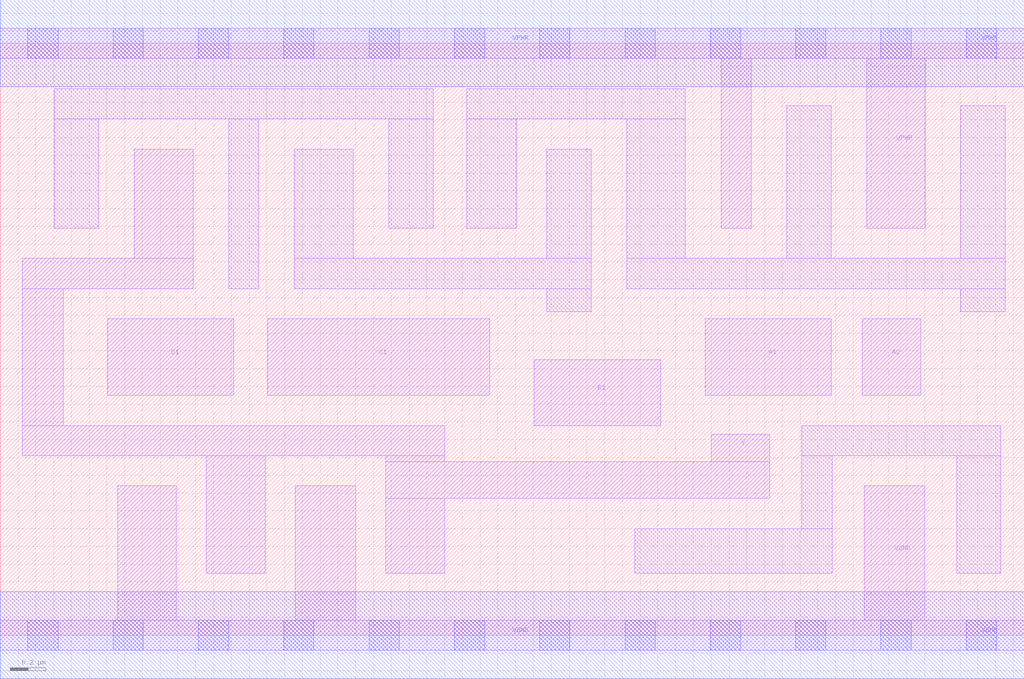
<source format=lef>
# Copyright 2020 The SkyWater PDK Authors
#
# Licensed under the Apache License, Version 2.0 (the "License");
# you may not use this file except in compliance with the License.
# You may obtain a copy of the License at
#
#     https://www.apache.org/licenses/LICENSE-2.0
#
# Unless required by applicable law or agreed to in writing, software
# distributed under the License is distributed on an "AS IS" BASIS,
# WITHOUT WARRANTIES OR CONDITIONS OF ANY KIND, either express or implied.
# See the License for the specific language governing permissions and
# limitations under the License.
#
# SPDX-License-Identifier: Apache-2.0

VERSION 5.7 ;
  NAMESCASESENSITIVE ON ;
  NOWIREEXTENSIONATPIN ON ;
  DIVIDERCHAR "/" ;
  BUSBITCHARS "[]" ;
UNITS
  DATABASE MICRONS 200 ;
END UNITS
MACRO sky130_fd_sc_ms__a2111oi_2
  CLASS CORE ;
  SOURCE USER ;
  FOREIGN sky130_fd_sc_ms__a2111oi_2 ;
  ORIGIN  0.000000  0.000000 ;
  SIZE  5.760000 BY  3.330000 ;
  SYMMETRY X Y ;
  SITE unit ;
  PIN A1
    ANTENNAGATEAREA  0.625200 ;
    DIRECTION INPUT ;
    USE SIGNAL ;
    PORT
      LAYER li1 ;
        RECT 3.965000 1.350000 4.675000 1.780000 ;
    END
  END A1
  PIN A2
    ANTENNAGATEAREA  0.625200 ;
    DIRECTION INPUT ;
    USE SIGNAL ;
    PORT
      LAYER li1 ;
        RECT 4.850000 1.350000 5.180000 1.780000 ;
    END
  END A2
  PIN B1
    ANTENNAGATEAREA  0.514200 ;
    DIRECTION INPUT ;
    USE SIGNAL ;
    PORT
      LAYER li1 ;
        RECT 3.005000 1.180000 3.715000 1.550000 ;
    END
  END B1
  PIN C1
    ANTENNAGATEAREA  0.514200 ;
    DIRECTION INPUT ;
    USE SIGNAL ;
    PORT
      LAYER li1 ;
        RECT 1.505000 1.350000 2.755000 1.780000 ;
    END
  END C1
  PIN D1
    ANTENNAGATEAREA  0.514200 ;
    DIRECTION INPUT ;
    USE SIGNAL ;
    PORT
      LAYER li1 ;
        RECT 0.605000 1.350000 1.315000 1.780000 ;
    END
  END D1
  PIN Y
    ANTENNADIFFAREA  0.994300 ;
    DIRECTION OUTPUT ;
    USE SIGNAL ;
    PORT
      LAYER li1 ;
        RECT 0.125000 1.010000 2.500000 1.180000 ;
        RECT 0.125000 1.180000 0.355000 1.950000 ;
        RECT 0.125000 1.950000 1.085000 2.120000 ;
        RECT 0.755000 2.120000 1.085000 2.735000 ;
        RECT 1.160000 0.350000 1.490000 1.010000 ;
        RECT 2.170000 0.350000 2.500000 0.770000 ;
        RECT 2.170000 0.770000 4.330000 0.975000 ;
        RECT 2.170000 0.975000 2.500000 1.010000 ;
        RECT 4.000000 0.975000 4.330000 1.130000 ;
    END
  END Y
  PIN VGND
    DIRECTION INOUT ;
    USE GROUND ;
    PORT
      LAYER li1 ;
        RECT 0.000000 -0.085000 5.760000 0.085000 ;
        RECT 0.660000  0.085000 0.990000 0.840000 ;
        RECT 1.660000  0.085000 2.000000 0.840000 ;
        RECT 4.860000  0.085000 5.200000 0.840000 ;
      LAYER mcon ;
        RECT 0.155000 -0.085000 0.325000 0.085000 ;
        RECT 0.635000 -0.085000 0.805000 0.085000 ;
        RECT 1.115000 -0.085000 1.285000 0.085000 ;
        RECT 1.595000 -0.085000 1.765000 0.085000 ;
        RECT 2.075000 -0.085000 2.245000 0.085000 ;
        RECT 2.555000 -0.085000 2.725000 0.085000 ;
        RECT 3.035000 -0.085000 3.205000 0.085000 ;
        RECT 3.515000 -0.085000 3.685000 0.085000 ;
        RECT 3.995000 -0.085000 4.165000 0.085000 ;
        RECT 4.475000 -0.085000 4.645000 0.085000 ;
        RECT 4.955000 -0.085000 5.125000 0.085000 ;
        RECT 5.435000 -0.085000 5.605000 0.085000 ;
      LAYER met1 ;
        RECT 0.000000 -0.245000 5.760000 0.245000 ;
    END
  END VGND
  PIN VPWR
    DIRECTION INOUT ;
    USE POWER ;
    PORT
      LAYER li1 ;
        RECT 0.000000 3.245000 5.760000 3.415000 ;
        RECT 4.055000 2.290000 4.225000 3.245000 ;
        RECT 4.875000 2.290000 5.205000 3.245000 ;
      LAYER mcon ;
        RECT 0.155000 3.245000 0.325000 3.415000 ;
        RECT 0.635000 3.245000 0.805000 3.415000 ;
        RECT 1.115000 3.245000 1.285000 3.415000 ;
        RECT 1.595000 3.245000 1.765000 3.415000 ;
        RECT 2.075000 3.245000 2.245000 3.415000 ;
        RECT 2.555000 3.245000 2.725000 3.415000 ;
        RECT 3.035000 3.245000 3.205000 3.415000 ;
        RECT 3.515000 3.245000 3.685000 3.415000 ;
        RECT 3.995000 3.245000 4.165000 3.415000 ;
        RECT 4.475000 3.245000 4.645000 3.415000 ;
        RECT 4.955000 3.245000 5.125000 3.415000 ;
        RECT 5.435000 3.245000 5.605000 3.415000 ;
      LAYER met1 ;
        RECT 0.000000 3.085000 5.760000 3.575000 ;
    END
  END VPWR
  OBS
    LAYER li1 ;
      RECT 0.305000 2.290000 0.555000 2.905000 ;
      RECT 0.305000 2.905000 2.435000 3.075000 ;
      RECT 1.285000 1.950000 1.455000 2.905000 ;
      RECT 1.655000 1.950000 3.325000 2.120000 ;
      RECT 1.655000 2.120000 1.985000 2.735000 ;
      RECT 2.185000 2.290000 2.435000 2.905000 ;
      RECT 2.625000 2.290000 2.905000 2.905000 ;
      RECT 2.625000 2.905000 3.855000 3.075000 ;
      RECT 3.075000 1.820000 3.325000 1.950000 ;
      RECT 3.075000 2.120000 3.325000 2.735000 ;
      RECT 3.525000 1.950000 5.655000 2.120000 ;
      RECT 3.525000 2.120000 3.855000 2.905000 ;
      RECT 3.570000 0.350000 4.680000 0.600000 ;
      RECT 4.425000 2.120000 4.675000 2.980000 ;
      RECT 4.510000 0.600000 4.680000 1.010000 ;
      RECT 4.510000 1.010000 5.630000 1.180000 ;
      RECT 5.380000 0.350000 5.630000 1.010000 ;
      RECT 5.405000 1.820000 5.655000 1.950000 ;
      RECT 5.405000 2.120000 5.655000 2.980000 ;
  END
END sky130_fd_sc_ms__a2111oi_2

</source>
